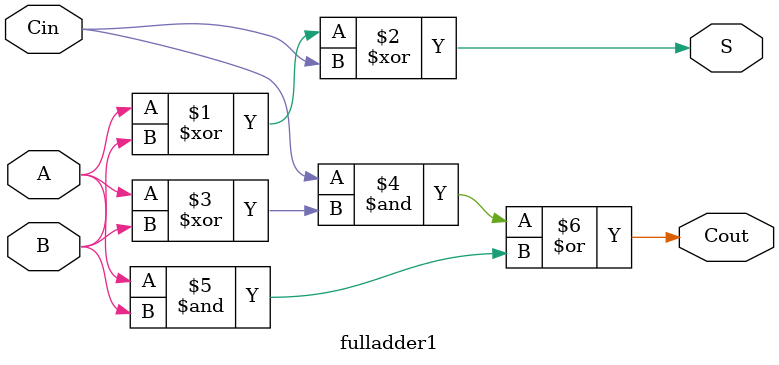
<source format=v>
module fulladder1 (A,B,Cin,S,Cout);
    input A,B,Cin;
    output S,Cout;

    assign S    = A ^ B ^ Cin;

    assign Cout = Cin & (A^B) | (A&B);

endmodule
</source>
